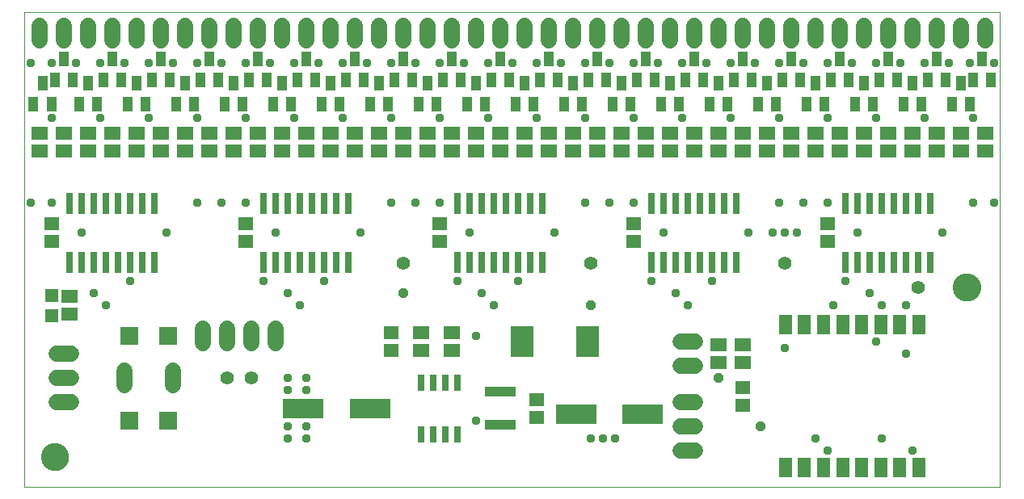
<source format=gts>
G75*
%MOIN*%
%OFA0B0*%
%FSLAX25Y25*%
%IPPOS*%
%LPD*%
%AMOC8*
5,1,8,0,0,1.08239X$1,22.5*
%
%ADD10C,0.00000*%
%ADD11R,0.06406X0.05618*%
%ADD12R,0.03100X0.08500*%
%ADD13C,0.06500*%
%ADD14R,0.06799X0.05618*%
%ADD15R,0.05224X0.08374*%
%ADD16R,0.09555X0.12902*%
%ADD17R,0.13098X0.04437*%
%ADD18R,0.04437X0.06012*%
%ADD19R,0.07587X0.07193*%
%ADD20R,0.16839X0.07980*%
%ADD21R,0.03059X0.06504*%
%ADD22R,0.05224X0.05224*%
%ADD23C,0.11524*%
%ADD24C,0.05500*%
%ADD25OC8,0.03453*%
%ADD26OC8,0.04043*%
D10*
X0005550Y0006800D02*
X0005550Y0203001D01*
X0407971Y0203001D01*
X0407971Y0006800D01*
X0005550Y0006800D01*
X0012538Y0019300D02*
X0012540Y0019448D01*
X0012546Y0019596D01*
X0012556Y0019744D01*
X0012570Y0019891D01*
X0012588Y0020038D01*
X0012609Y0020184D01*
X0012635Y0020330D01*
X0012665Y0020475D01*
X0012698Y0020619D01*
X0012736Y0020762D01*
X0012777Y0020904D01*
X0012822Y0021045D01*
X0012870Y0021185D01*
X0012923Y0021324D01*
X0012979Y0021461D01*
X0013039Y0021596D01*
X0013102Y0021730D01*
X0013169Y0021862D01*
X0013240Y0021992D01*
X0013314Y0022120D01*
X0013391Y0022246D01*
X0013472Y0022370D01*
X0013556Y0022492D01*
X0013643Y0022611D01*
X0013734Y0022728D01*
X0013828Y0022843D01*
X0013924Y0022955D01*
X0014024Y0023065D01*
X0014126Y0023171D01*
X0014232Y0023275D01*
X0014340Y0023376D01*
X0014451Y0023474D01*
X0014564Y0023570D01*
X0014680Y0023662D01*
X0014798Y0023751D01*
X0014919Y0023836D01*
X0015042Y0023919D01*
X0015167Y0023998D01*
X0015294Y0024074D01*
X0015423Y0024146D01*
X0015554Y0024215D01*
X0015687Y0024280D01*
X0015822Y0024341D01*
X0015958Y0024399D01*
X0016095Y0024454D01*
X0016234Y0024504D01*
X0016375Y0024551D01*
X0016516Y0024594D01*
X0016659Y0024634D01*
X0016803Y0024669D01*
X0016947Y0024701D01*
X0017093Y0024728D01*
X0017239Y0024752D01*
X0017386Y0024772D01*
X0017533Y0024788D01*
X0017680Y0024800D01*
X0017828Y0024808D01*
X0017976Y0024812D01*
X0018124Y0024812D01*
X0018272Y0024808D01*
X0018420Y0024800D01*
X0018567Y0024788D01*
X0018714Y0024772D01*
X0018861Y0024752D01*
X0019007Y0024728D01*
X0019153Y0024701D01*
X0019297Y0024669D01*
X0019441Y0024634D01*
X0019584Y0024594D01*
X0019725Y0024551D01*
X0019866Y0024504D01*
X0020005Y0024454D01*
X0020142Y0024399D01*
X0020278Y0024341D01*
X0020413Y0024280D01*
X0020546Y0024215D01*
X0020677Y0024146D01*
X0020806Y0024074D01*
X0020933Y0023998D01*
X0021058Y0023919D01*
X0021181Y0023836D01*
X0021302Y0023751D01*
X0021420Y0023662D01*
X0021536Y0023570D01*
X0021649Y0023474D01*
X0021760Y0023376D01*
X0021868Y0023275D01*
X0021974Y0023171D01*
X0022076Y0023065D01*
X0022176Y0022955D01*
X0022272Y0022843D01*
X0022366Y0022728D01*
X0022457Y0022611D01*
X0022544Y0022492D01*
X0022628Y0022370D01*
X0022709Y0022246D01*
X0022786Y0022120D01*
X0022860Y0021992D01*
X0022931Y0021862D01*
X0022998Y0021730D01*
X0023061Y0021596D01*
X0023121Y0021461D01*
X0023177Y0021324D01*
X0023230Y0021185D01*
X0023278Y0021045D01*
X0023323Y0020904D01*
X0023364Y0020762D01*
X0023402Y0020619D01*
X0023435Y0020475D01*
X0023465Y0020330D01*
X0023491Y0020184D01*
X0023512Y0020038D01*
X0023530Y0019891D01*
X0023544Y0019744D01*
X0023554Y0019596D01*
X0023560Y0019448D01*
X0023562Y0019300D01*
X0023560Y0019152D01*
X0023554Y0019004D01*
X0023544Y0018856D01*
X0023530Y0018709D01*
X0023512Y0018562D01*
X0023491Y0018416D01*
X0023465Y0018270D01*
X0023435Y0018125D01*
X0023402Y0017981D01*
X0023364Y0017838D01*
X0023323Y0017696D01*
X0023278Y0017555D01*
X0023230Y0017415D01*
X0023177Y0017276D01*
X0023121Y0017139D01*
X0023061Y0017004D01*
X0022998Y0016870D01*
X0022931Y0016738D01*
X0022860Y0016608D01*
X0022786Y0016480D01*
X0022709Y0016354D01*
X0022628Y0016230D01*
X0022544Y0016108D01*
X0022457Y0015989D01*
X0022366Y0015872D01*
X0022272Y0015757D01*
X0022176Y0015645D01*
X0022076Y0015535D01*
X0021974Y0015429D01*
X0021868Y0015325D01*
X0021760Y0015224D01*
X0021649Y0015126D01*
X0021536Y0015030D01*
X0021420Y0014938D01*
X0021302Y0014849D01*
X0021181Y0014764D01*
X0021058Y0014681D01*
X0020933Y0014602D01*
X0020806Y0014526D01*
X0020677Y0014454D01*
X0020546Y0014385D01*
X0020413Y0014320D01*
X0020278Y0014259D01*
X0020142Y0014201D01*
X0020005Y0014146D01*
X0019866Y0014096D01*
X0019725Y0014049D01*
X0019584Y0014006D01*
X0019441Y0013966D01*
X0019297Y0013931D01*
X0019153Y0013899D01*
X0019007Y0013872D01*
X0018861Y0013848D01*
X0018714Y0013828D01*
X0018567Y0013812D01*
X0018420Y0013800D01*
X0018272Y0013792D01*
X0018124Y0013788D01*
X0017976Y0013788D01*
X0017828Y0013792D01*
X0017680Y0013800D01*
X0017533Y0013812D01*
X0017386Y0013828D01*
X0017239Y0013848D01*
X0017093Y0013872D01*
X0016947Y0013899D01*
X0016803Y0013931D01*
X0016659Y0013966D01*
X0016516Y0014006D01*
X0016375Y0014049D01*
X0016234Y0014096D01*
X0016095Y0014146D01*
X0015958Y0014201D01*
X0015822Y0014259D01*
X0015687Y0014320D01*
X0015554Y0014385D01*
X0015423Y0014454D01*
X0015294Y0014526D01*
X0015167Y0014602D01*
X0015042Y0014681D01*
X0014919Y0014764D01*
X0014798Y0014849D01*
X0014680Y0014938D01*
X0014564Y0015030D01*
X0014451Y0015126D01*
X0014340Y0015224D01*
X0014232Y0015325D01*
X0014126Y0015429D01*
X0014024Y0015535D01*
X0013924Y0015645D01*
X0013828Y0015757D01*
X0013734Y0015872D01*
X0013643Y0015989D01*
X0013556Y0016108D01*
X0013472Y0016230D01*
X0013391Y0016354D01*
X0013314Y0016480D01*
X0013240Y0016608D01*
X0013169Y0016738D01*
X0013102Y0016870D01*
X0013039Y0017004D01*
X0012979Y0017139D01*
X0012923Y0017276D01*
X0012870Y0017415D01*
X0012822Y0017555D01*
X0012777Y0017696D01*
X0012736Y0017838D01*
X0012698Y0017981D01*
X0012665Y0018125D01*
X0012635Y0018270D01*
X0012609Y0018416D01*
X0012588Y0018562D01*
X0012570Y0018709D01*
X0012556Y0018856D01*
X0012546Y0019004D01*
X0012540Y0019152D01*
X0012538Y0019300D01*
X0388788Y0089300D02*
X0388790Y0089448D01*
X0388796Y0089596D01*
X0388806Y0089744D01*
X0388820Y0089891D01*
X0388838Y0090038D01*
X0388859Y0090184D01*
X0388885Y0090330D01*
X0388915Y0090475D01*
X0388948Y0090619D01*
X0388986Y0090762D01*
X0389027Y0090904D01*
X0389072Y0091045D01*
X0389120Y0091185D01*
X0389173Y0091324D01*
X0389229Y0091461D01*
X0389289Y0091596D01*
X0389352Y0091730D01*
X0389419Y0091862D01*
X0389490Y0091992D01*
X0389564Y0092120D01*
X0389641Y0092246D01*
X0389722Y0092370D01*
X0389806Y0092492D01*
X0389893Y0092611D01*
X0389984Y0092728D01*
X0390078Y0092843D01*
X0390174Y0092955D01*
X0390274Y0093065D01*
X0390376Y0093171D01*
X0390482Y0093275D01*
X0390590Y0093376D01*
X0390701Y0093474D01*
X0390814Y0093570D01*
X0390930Y0093662D01*
X0391048Y0093751D01*
X0391169Y0093836D01*
X0391292Y0093919D01*
X0391417Y0093998D01*
X0391544Y0094074D01*
X0391673Y0094146D01*
X0391804Y0094215D01*
X0391937Y0094280D01*
X0392072Y0094341D01*
X0392208Y0094399D01*
X0392345Y0094454D01*
X0392484Y0094504D01*
X0392625Y0094551D01*
X0392766Y0094594D01*
X0392909Y0094634D01*
X0393053Y0094669D01*
X0393197Y0094701D01*
X0393343Y0094728D01*
X0393489Y0094752D01*
X0393636Y0094772D01*
X0393783Y0094788D01*
X0393930Y0094800D01*
X0394078Y0094808D01*
X0394226Y0094812D01*
X0394374Y0094812D01*
X0394522Y0094808D01*
X0394670Y0094800D01*
X0394817Y0094788D01*
X0394964Y0094772D01*
X0395111Y0094752D01*
X0395257Y0094728D01*
X0395403Y0094701D01*
X0395547Y0094669D01*
X0395691Y0094634D01*
X0395834Y0094594D01*
X0395975Y0094551D01*
X0396116Y0094504D01*
X0396255Y0094454D01*
X0396392Y0094399D01*
X0396528Y0094341D01*
X0396663Y0094280D01*
X0396796Y0094215D01*
X0396927Y0094146D01*
X0397056Y0094074D01*
X0397183Y0093998D01*
X0397308Y0093919D01*
X0397431Y0093836D01*
X0397552Y0093751D01*
X0397670Y0093662D01*
X0397786Y0093570D01*
X0397899Y0093474D01*
X0398010Y0093376D01*
X0398118Y0093275D01*
X0398224Y0093171D01*
X0398326Y0093065D01*
X0398426Y0092955D01*
X0398522Y0092843D01*
X0398616Y0092728D01*
X0398707Y0092611D01*
X0398794Y0092492D01*
X0398878Y0092370D01*
X0398959Y0092246D01*
X0399036Y0092120D01*
X0399110Y0091992D01*
X0399181Y0091862D01*
X0399248Y0091730D01*
X0399311Y0091596D01*
X0399371Y0091461D01*
X0399427Y0091324D01*
X0399480Y0091185D01*
X0399528Y0091045D01*
X0399573Y0090904D01*
X0399614Y0090762D01*
X0399652Y0090619D01*
X0399685Y0090475D01*
X0399715Y0090330D01*
X0399741Y0090184D01*
X0399762Y0090038D01*
X0399780Y0089891D01*
X0399794Y0089744D01*
X0399804Y0089596D01*
X0399810Y0089448D01*
X0399812Y0089300D01*
X0399810Y0089152D01*
X0399804Y0089004D01*
X0399794Y0088856D01*
X0399780Y0088709D01*
X0399762Y0088562D01*
X0399741Y0088416D01*
X0399715Y0088270D01*
X0399685Y0088125D01*
X0399652Y0087981D01*
X0399614Y0087838D01*
X0399573Y0087696D01*
X0399528Y0087555D01*
X0399480Y0087415D01*
X0399427Y0087276D01*
X0399371Y0087139D01*
X0399311Y0087004D01*
X0399248Y0086870D01*
X0399181Y0086738D01*
X0399110Y0086608D01*
X0399036Y0086480D01*
X0398959Y0086354D01*
X0398878Y0086230D01*
X0398794Y0086108D01*
X0398707Y0085989D01*
X0398616Y0085872D01*
X0398522Y0085757D01*
X0398426Y0085645D01*
X0398326Y0085535D01*
X0398224Y0085429D01*
X0398118Y0085325D01*
X0398010Y0085224D01*
X0397899Y0085126D01*
X0397786Y0085030D01*
X0397670Y0084938D01*
X0397552Y0084849D01*
X0397431Y0084764D01*
X0397308Y0084681D01*
X0397183Y0084602D01*
X0397056Y0084526D01*
X0396927Y0084454D01*
X0396796Y0084385D01*
X0396663Y0084320D01*
X0396528Y0084259D01*
X0396392Y0084201D01*
X0396255Y0084146D01*
X0396116Y0084096D01*
X0395975Y0084049D01*
X0395834Y0084006D01*
X0395691Y0083966D01*
X0395547Y0083931D01*
X0395403Y0083899D01*
X0395257Y0083872D01*
X0395111Y0083848D01*
X0394964Y0083828D01*
X0394817Y0083812D01*
X0394670Y0083800D01*
X0394522Y0083792D01*
X0394374Y0083788D01*
X0394226Y0083788D01*
X0394078Y0083792D01*
X0393930Y0083800D01*
X0393783Y0083812D01*
X0393636Y0083828D01*
X0393489Y0083848D01*
X0393343Y0083872D01*
X0393197Y0083899D01*
X0393053Y0083931D01*
X0392909Y0083966D01*
X0392766Y0084006D01*
X0392625Y0084049D01*
X0392484Y0084096D01*
X0392345Y0084146D01*
X0392208Y0084201D01*
X0392072Y0084259D01*
X0391937Y0084320D01*
X0391804Y0084385D01*
X0391673Y0084454D01*
X0391544Y0084526D01*
X0391417Y0084602D01*
X0391292Y0084681D01*
X0391169Y0084764D01*
X0391048Y0084849D01*
X0390930Y0084938D01*
X0390814Y0085030D01*
X0390701Y0085126D01*
X0390590Y0085224D01*
X0390482Y0085325D01*
X0390376Y0085429D01*
X0390274Y0085535D01*
X0390174Y0085645D01*
X0390078Y0085757D01*
X0389984Y0085872D01*
X0389893Y0085989D01*
X0389806Y0086108D01*
X0389722Y0086230D01*
X0389641Y0086354D01*
X0389564Y0086480D01*
X0389490Y0086608D01*
X0389419Y0086738D01*
X0389352Y0086870D01*
X0389289Y0087004D01*
X0389229Y0087139D01*
X0389173Y0087276D01*
X0389120Y0087415D01*
X0389072Y0087555D01*
X0389027Y0087696D01*
X0388986Y0087838D01*
X0388948Y0087981D01*
X0388915Y0088125D01*
X0388885Y0088270D01*
X0388859Y0088416D01*
X0388838Y0088562D01*
X0388820Y0088709D01*
X0388806Y0088856D01*
X0388796Y0089004D01*
X0388790Y0089152D01*
X0388788Y0089300D01*
D11*
X0336800Y0108060D03*
X0336800Y0115540D03*
X0256800Y0115540D03*
X0256800Y0108060D03*
X0176800Y0108060D03*
X0176800Y0115540D03*
X0096800Y0115540D03*
X0096800Y0108060D03*
X0156800Y0070540D03*
X0156800Y0063060D03*
X0216800Y0043040D03*
X0216800Y0035560D03*
X0301800Y0040560D03*
X0301800Y0048040D03*
X0016800Y0108060D03*
X0016800Y0115540D03*
D12*
X0024300Y0123900D03*
X0029300Y0123900D03*
X0034300Y0123900D03*
X0039300Y0123900D03*
X0044300Y0123900D03*
X0049300Y0123900D03*
X0054300Y0123900D03*
X0059300Y0123900D03*
X0104300Y0123900D03*
X0109300Y0123900D03*
X0114300Y0123900D03*
X0119300Y0123900D03*
X0124300Y0123900D03*
X0129300Y0123900D03*
X0134300Y0123900D03*
X0139300Y0123900D03*
X0184300Y0123900D03*
X0189300Y0123900D03*
X0194300Y0123900D03*
X0199300Y0123900D03*
X0204300Y0123900D03*
X0209300Y0123900D03*
X0214300Y0123900D03*
X0219300Y0123900D03*
X0264300Y0123900D03*
X0269300Y0123900D03*
X0274300Y0123900D03*
X0279300Y0123900D03*
X0284300Y0123900D03*
X0289300Y0123900D03*
X0294300Y0123900D03*
X0299300Y0123900D03*
X0344300Y0123900D03*
X0349300Y0123900D03*
X0354300Y0123900D03*
X0359300Y0123900D03*
X0364300Y0123900D03*
X0369300Y0123900D03*
X0374300Y0123900D03*
X0379300Y0123900D03*
X0379300Y0099700D03*
X0374300Y0099700D03*
X0369300Y0099700D03*
X0364300Y0099700D03*
X0359300Y0099700D03*
X0354300Y0099700D03*
X0349300Y0099700D03*
X0344300Y0099700D03*
X0299300Y0099700D03*
X0294300Y0099700D03*
X0289300Y0099700D03*
X0284300Y0099700D03*
X0279300Y0099700D03*
X0274300Y0099700D03*
X0269300Y0099700D03*
X0264300Y0099700D03*
X0219300Y0099700D03*
X0214300Y0099700D03*
X0209300Y0099700D03*
X0204300Y0099700D03*
X0199300Y0099700D03*
X0194300Y0099700D03*
X0189300Y0099700D03*
X0184300Y0099700D03*
X0139300Y0099700D03*
X0134300Y0099700D03*
X0129300Y0099700D03*
X0124300Y0099700D03*
X0119300Y0099700D03*
X0114300Y0099700D03*
X0109300Y0099700D03*
X0104300Y0099700D03*
X0059300Y0099700D03*
X0054300Y0099700D03*
X0049300Y0099700D03*
X0044300Y0099700D03*
X0039300Y0099700D03*
X0034300Y0099700D03*
X0029300Y0099700D03*
X0024300Y0099700D03*
D13*
X0079300Y0072300D02*
X0079300Y0066300D01*
X0089300Y0066300D02*
X0089300Y0072300D01*
X0099300Y0072300D02*
X0099300Y0066300D01*
X0109300Y0066300D02*
X0109300Y0072300D01*
X0066800Y0054800D02*
X0066800Y0048800D01*
X0046800Y0048800D02*
X0046800Y0054800D01*
X0024800Y0051800D02*
X0018800Y0051800D01*
X0018800Y0041800D02*
X0024800Y0041800D01*
X0024800Y0061800D02*
X0018800Y0061800D01*
X0021800Y0191300D02*
X0021800Y0197300D01*
X0031800Y0197300D02*
X0031800Y0191300D01*
X0041800Y0191300D02*
X0041800Y0197300D01*
X0051800Y0197300D02*
X0051800Y0191300D01*
X0061800Y0191300D02*
X0061800Y0197300D01*
X0071800Y0197300D02*
X0071800Y0191300D01*
X0081800Y0191300D02*
X0081800Y0197300D01*
X0091800Y0197300D02*
X0091800Y0191300D01*
X0101800Y0191300D02*
X0101800Y0197300D01*
X0111800Y0197300D02*
X0111800Y0191300D01*
X0121800Y0191300D02*
X0121800Y0197300D01*
X0131800Y0197300D02*
X0131800Y0191300D01*
X0141800Y0191300D02*
X0141800Y0197300D01*
X0151800Y0197300D02*
X0151800Y0191300D01*
X0161800Y0191300D02*
X0161800Y0197300D01*
X0171800Y0197300D02*
X0171800Y0191300D01*
X0181800Y0191300D02*
X0181800Y0197300D01*
X0191800Y0197300D02*
X0191800Y0191300D01*
X0201800Y0191300D02*
X0201800Y0197300D01*
X0211800Y0197300D02*
X0211800Y0191300D01*
X0221800Y0191300D02*
X0221800Y0197300D01*
X0231800Y0197300D02*
X0231800Y0191300D01*
X0241800Y0191300D02*
X0241800Y0197300D01*
X0251800Y0197300D02*
X0251800Y0191300D01*
X0261800Y0191300D02*
X0261800Y0197300D01*
X0271800Y0197300D02*
X0271800Y0191300D01*
X0281800Y0191300D02*
X0281800Y0197300D01*
X0291800Y0197300D02*
X0291800Y0191300D01*
X0301800Y0191300D02*
X0301800Y0197300D01*
X0311800Y0197300D02*
X0311800Y0191300D01*
X0321800Y0191300D02*
X0321800Y0197300D01*
X0331800Y0197300D02*
X0331800Y0191300D01*
X0341800Y0191300D02*
X0341800Y0197300D01*
X0351800Y0197300D02*
X0351800Y0191300D01*
X0361800Y0191300D02*
X0361800Y0197300D01*
X0371800Y0197300D02*
X0371800Y0191300D01*
X0381800Y0191300D02*
X0381800Y0197300D01*
X0391800Y0197300D02*
X0391800Y0191300D01*
X0401800Y0191300D02*
X0401800Y0197300D01*
X0282300Y0066800D02*
X0276300Y0066800D01*
X0276300Y0056800D02*
X0282300Y0056800D01*
X0282300Y0041800D02*
X0276300Y0041800D01*
X0276300Y0031800D02*
X0282300Y0031800D01*
X0282300Y0021800D02*
X0276300Y0021800D01*
X0011800Y0191300D02*
X0011800Y0197300D01*
D14*
X0011800Y0153040D03*
X0021800Y0153040D03*
X0031800Y0153040D03*
X0041800Y0153040D03*
X0051800Y0153040D03*
X0061800Y0153040D03*
X0071800Y0153040D03*
X0081800Y0153040D03*
X0091800Y0153040D03*
X0101800Y0153040D03*
X0111800Y0153040D03*
X0121800Y0153040D03*
X0131800Y0153040D03*
X0141800Y0153040D03*
X0151800Y0153040D03*
X0161800Y0153040D03*
X0171800Y0153040D03*
X0181800Y0153040D03*
X0191800Y0153040D03*
X0201800Y0153040D03*
X0211800Y0153040D03*
X0221800Y0153040D03*
X0231800Y0153040D03*
X0241800Y0153040D03*
X0251800Y0153040D03*
X0261800Y0153040D03*
X0271800Y0153040D03*
X0281800Y0153040D03*
X0291800Y0153040D03*
X0301800Y0153040D03*
X0311800Y0153040D03*
X0321800Y0153040D03*
X0331800Y0153040D03*
X0341800Y0153040D03*
X0351800Y0153040D03*
X0361800Y0153040D03*
X0371800Y0153040D03*
X0381800Y0153040D03*
X0391800Y0153040D03*
X0401800Y0153040D03*
X0401800Y0145560D03*
X0391800Y0145560D03*
X0381800Y0145560D03*
X0371800Y0145560D03*
X0361800Y0145560D03*
X0351800Y0145560D03*
X0341800Y0145560D03*
X0331800Y0145560D03*
X0321800Y0145560D03*
X0311800Y0145560D03*
X0301800Y0145560D03*
X0291800Y0145560D03*
X0281800Y0145560D03*
X0271800Y0145560D03*
X0261800Y0145560D03*
X0251800Y0145560D03*
X0241800Y0145560D03*
X0231800Y0145560D03*
X0221800Y0145560D03*
X0211800Y0145560D03*
X0201800Y0145560D03*
X0191800Y0145560D03*
X0181800Y0145560D03*
X0171800Y0145560D03*
X0161800Y0145560D03*
X0151800Y0145560D03*
X0141800Y0145560D03*
X0131800Y0145560D03*
X0121800Y0145560D03*
X0111800Y0145560D03*
X0101800Y0145560D03*
X0091800Y0145560D03*
X0081800Y0145560D03*
X0071800Y0145560D03*
X0061800Y0145560D03*
X0051800Y0145560D03*
X0041800Y0145560D03*
X0031800Y0145560D03*
X0021800Y0145560D03*
X0011800Y0145560D03*
X0024300Y0085540D03*
X0024300Y0078060D03*
X0169300Y0070540D03*
X0169300Y0063060D03*
X0181800Y0063060D03*
X0181800Y0070540D03*
X0291800Y0065540D03*
X0301800Y0065540D03*
X0301800Y0058060D03*
X0291800Y0058060D03*
D15*
X0319398Y0073828D03*
X0327272Y0073828D03*
X0335146Y0073828D03*
X0343020Y0073828D03*
X0350894Y0073828D03*
X0358769Y0073828D03*
X0366643Y0073828D03*
X0374517Y0073828D03*
X0374517Y0014772D03*
X0366643Y0014772D03*
X0358769Y0014772D03*
X0350894Y0014772D03*
X0343020Y0014772D03*
X0335146Y0014772D03*
X0327272Y0014772D03*
X0319398Y0014772D03*
D16*
X0237883Y0066800D03*
X0210717Y0066800D03*
D17*
X0201800Y0046190D03*
X0201800Y0032410D03*
D18*
X0195540Y0164969D03*
X0188060Y0164969D03*
X0175540Y0164969D03*
X0168060Y0164969D03*
X0155540Y0164969D03*
X0148060Y0164969D03*
X0135540Y0164969D03*
X0128060Y0164969D03*
X0115540Y0164969D03*
X0108060Y0164969D03*
X0095540Y0164969D03*
X0088060Y0164969D03*
X0075540Y0164969D03*
X0068060Y0164969D03*
X0055540Y0164969D03*
X0048060Y0164969D03*
X0035540Y0164969D03*
X0028060Y0164969D03*
X0016790Y0164969D03*
X0009310Y0164969D03*
X0013050Y0173631D03*
X0018060Y0174969D03*
X0025540Y0174969D03*
X0031800Y0173631D03*
X0038060Y0174969D03*
X0045540Y0174969D03*
X0051800Y0173631D03*
X0058060Y0174969D03*
X0065540Y0174969D03*
X0071800Y0173631D03*
X0078060Y0174969D03*
X0085540Y0174969D03*
X0091800Y0173631D03*
X0098060Y0174969D03*
X0105540Y0174969D03*
X0111800Y0173631D03*
X0118060Y0174969D03*
X0125540Y0174969D03*
X0131800Y0173631D03*
X0138060Y0174969D03*
X0145540Y0174969D03*
X0151800Y0173631D03*
X0158060Y0174969D03*
X0165540Y0174969D03*
X0171800Y0173631D03*
X0178060Y0174969D03*
X0185540Y0174969D03*
X0191800Y0173631D03*
X0198060Y0174969D03*
X0205540Y0174969D03*
X0211800Y0173631D03*
X0218060Y0174969D03*
X0225540Y0174969D03*
X0231800Y0173631D03*
X0238060Y0174969D03*
X0245540Y0174969D03*
X0251800Y0173631D03*
X0258060Y0174969D03*
X0265540Y0174969D03*
X0271800Y0173631D03*
X0278060Y0174969D03*
X0285540Y0174969D03*
X0291800Y0173631D03*
X0298060Y0174969D03*
X0305540Y0174969D03*
X0311800Y0173631D03*
X0318060Y0174969D03*
X0325540Y0174969D03*
X0331800Y0173631D03*
X0338060Y0174969D03*
X0345540Y0174969D03*
X0351800Y0173631D03*
X0358060Y0174969D03*
X0365540Y0174969D03*
X0371800Y0173631D03*
X0378060Y0174969D03*
X0385540Y0174969D03*
X0391800Y0173631D03*
X0396810Y0174969D03*
X0404290Y0174969D03*
X0395540Y0164969D03*
X0388060Y0164969D03*
X0375540Y0164969D03*
X0368060Y0164969D03*
X0355540Y0164969D03*
X0348060Y0164969D03*
X0335540Y0164969D03*
X0328060Y0164969D03*
X0315540Y0164969D03*
X0308060Y0164969D03*
X0295540Y0164969D03*
X0288060Y0164969D03*
X0275540Y0164969D03*
X0268060Y0164969D03*
X0255540Y0164969D03*
X0248060Y0164969D03*
X0235540Y0164969D03*
X0228060Y0164969D03*
X0215540Y0164969D03*
X0208060Y0164969D03*
X0201800Y0183631D03*
X0181800Y0183631D03*
X0161800Y0183631D03*
X0141800Y0183631D03*
X0121800Y0183631D03*
X0101800Y0183631D03*
X0081800Y0183631D03*
X0061800Y0183631D03*
X0041800Y0183631D03*
X0021800Y0183631D03*
X0221800Y0183631D03*
X0241800Y0183631D03*
X0261800Y0183631D03*
X0281800Y0183631D03*
X0301800Y0183631D03*
X0321800Y0183631D03*
X0341800Y0183631D03*
X0361800Y0183631D03*
X0381800Y0183631D03*
X0400550Y0183631D03*
D19*
X0064871Y0069300D03*
X0048729Y0069300D03*
X0048729Y0034300D03*
X0064871Y0034300D03*
D20*
X0120520Y0039300D03*
X0148080Y0039300D03*
X0233020Y0036800D03*
X0260580Y0036800D03*
D21*
X0184300Y0028623D03*
X0179300Y0028623D03*
X0174300Y0028623D03*
X0169300Y0028623D03*
X0169300Y0049977D03*
X0174300Y0049977D03*
X0179300Y0049977D03*
X0184300Y0049977D03*
D22*
X0016800Y0077666D03*
X0016800Y0085934D03*
D23*
X0018050Y0019300D03*
X0394300Y0089300D03*
D24*
X0374300Y0089300D03*
X0319300Y0099300D03*
X0239300Y0099300D03*
X0161800Y0099300D03*
X0099300Y0051800D03*
X0089300Y0051800D03*
D25*
X0114300Y0051800D03*
X0114300Y0046800D03*
X0121800Y0046800D03*
X0121800Y0051800D03*
X0121800Y0031800D03*
X0114300Y0031800D03*
X0114300Y0026800D03*
X0121800Y0026800D03*
X0191800Y0034300D03*
X0239300Y0026800D03*
X0244300Y0026800D03*
X0249300Y0026800D03*
X0319300Y0064300D03*
X0339300Y0081800D03*
X0354300Y0086800D03*
X0359300Y0081800D03*
X0369300Y0081800D03*
X0344300Y0091800D03*
X0349300Y0111800D03*
X0336800Y0124300D03*
X0326800Y0124300D03*
X0316800Y0124300D03*
X0314300Y0111800D03*
X0319300Y0111800D03*
X0324300Y0111800D03*
X0304300Y0111800D03*
X0269300Y0111800D03*
X0256800Y0124300D03*
X0246800Y0124300D03*
X0236800Y0124300D03*
X0224300Y0111800D03*
X0209300Y0091800D03*
X0194300Y0086800D03*
X0199300Y0081800D03*
X0184300Y0091800D03*
X0189300Y0111800D03*
X0176800Y0124300D03*
X0166800Y0124300D03*
X0156800Y0124300D03*
X0144300Y0111800D03*
X0109300Y0111800D03*
X0096800Y0124300D03*
X0086800Y0124300D03*
X0076800Y0124300D03*
X0064300Y0111800D03*
X0029300Y0111800D03*
X0016800Y0124300D03*
X0008050Y0124300D03*
X0049300Y0091800D03*
X0034300Y0086800D03*
X0039300Y0081800D03*
X0104300Y0091800D03*
X0114300Y0086800D03*
X0119300Y0081800D03*
X0129300Y0091800D03*
X0191800Y0069300D03*
X0264300Y0091800D03*
X0274300Y0086800D03*
X0279300Y0081800D03*
X0289300Y0091800D03*
X0356800Y0066800D03*
X0369300Y0061800D03*
X0359300Y0026800D03*
X0371800Y0021800D03*
X0336800Y0021800D03*
X0331800Y0026800D03*
X0384300Y0111800D03*
X0396800Y0124300D03*
X0405550Y0124300D03*
X0396800Y0159300D03*
X0376800Y0159300D03*
X0356800Y0159300D03*
X0336800Y0159300D03*
X0316800Y0159300D03*
X0296800Y0159300D03*
X0276800Y0159300D03*
X0256800Y0159300D03*
X0236800Y0159300D03*
X0216800Y0159300D03*
X0196800Y0159300D03*
X0176800Y0159300D03*
X0156800Y0159300D03*
X0136800Y0159300D03*
X0116800Y0159300D03*
X0096800Y0159300D03*
X0076800Y0159300D03*
X0056800Y0159300D03*
X0036800Y0159300D03*
X0016800Y0159300D03*
X0016800Y0181800D03*
X0026800Y0181800D03*
X0036800Y0181800D03*
X0046800Y0181800D03*
X0056800Y0181800D03*
X0066800Y0181800D03*
X0076800Y0181800D03*
X0086800Y0181800D03*
X0096800Y0181800D03*
X0106800Y0181800D03*
X0116800Y0181800D03*
X0126800Y0181800D03*
X0136800Y0181800D03*
X0146800Y0181800D03*
X0156800Y0181800D03*
X0166800Y0181800D03*
X0176800Y0181800D03*
X0186800Y0181800D03*
X0196800Y0181800D03*
X0206800Y0181800D03*
X0216800Y0181800D03*
X0226800Y0181800D03*
X0236800Y0181800D03*
X0246800Y0181800D03*
X0256800Y0181800D03*
X0266800Y0181800D03*
X0276800Y0181800D03*
X0286800Y0181800D03*
X0296800Y0181800D03*
X0306800Y0181800D03*
X0316800Y0181800D03*
X0326800Y0181800D03*
X0336800Y0181800D03*
X0346800Y0181800D03*
X0356800Y0181800D03*
X0366800Y0181800D03*
X0376800Y0181800D03*
X0386800Y0181800D03*
X0395550Y0181800D03*
X0405550Y0181800D03*
X0008050Y0181800D03*
D26*
X0161800Y0086800D03*
X0239300Y0081800D03*
X0291800Y0051800D03*
X0309300Y0031800D03*
M02*

</source>
